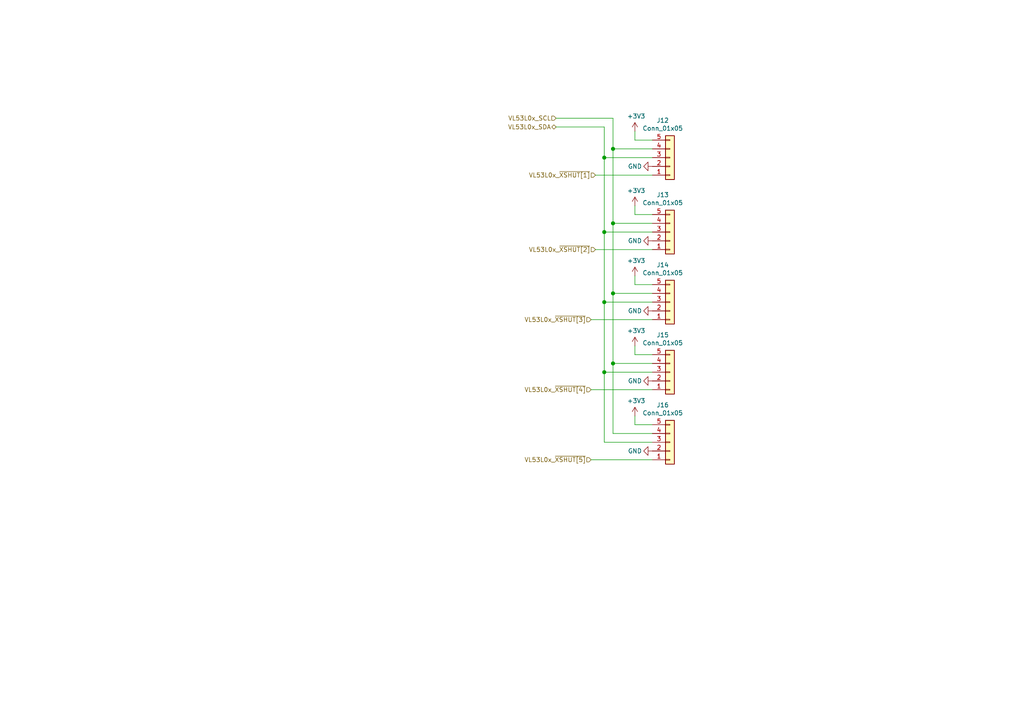
<source format=kicad_sch>
(kicad_sch (version 20210126) (generator eeschema)
  (paper "A4")
  (lib_symbols
    (symbol "Connector_Generic:Conn_01x05" (pin_names (offset 1.016) hide)
      (property "Reference" "J" (at 0 7.62 0))
      (property "Value" "Conn_01x05" (at 0 -7.62 0))
      (symbol "Conn_01x05_1_1"
        (rectangle (start -1.27 -4.953) (end 0 -5.207) (stroke (width 0.1524)))
        (rectangle (start -1.27 -2.413) (end 0 -2.667) (stroke (width 0.1524)))
        (rectangle (start -1.27 0.127) (end 0 -0.127) (stroke (width 0.1524)))
        (rectangle (start -1.27 2.667) (end 0 2.413) (stroke (width 0.1524)))
        (rectangle (start -1.27 5.207) (end 0 4.953) (stroke (width 0.1524)))
        (rectangle (start -1.27 6.35) (end 1.27 -6.35) (stroke (width 0.254)) (fill (type background)))
        (pin passive line (at -5.08 5.08 0) (length 3.81) (name "Pin_1") (number "1"))
        (pin passive line (at -5.08 2.54 0) (length 3.81) (name "Pin_2") (number "2"))
        (pin passive line (at -5.08 0 0) (length 3.81) (name "Pin_3") (number "3"))
        (pin passive line (at -5.08 -2.54 0) (length 3.81) (name "Pin_4") (number "4"))
        (pin passive line (at -5.08 -5.08 0) (length 3.81) (name "Pin_5") (number "5"))
      )
    )
    (symbol "power:+3V3" (power) (pin_names (offset 0))
      (property "Value" "+3V3" (at 0 3.556 0))
      (symbol "+3V3_0_1"
        (polyline (pts (xy -0.762 1.27) (xy 0 2.54)))
        (polyline (pts (xy 0 0) (xy 0 2.54)))
        (polyline (pts (xy 0 2.54) (xy 0.762 1.27)))
      )
      (symbol "+3V3_1_1"
        (pin power_in line (at 0 0 90) (length 0) hide (name "+3V3") (number "1"))
      )
    )
    (symbol "power:GND" (power) (pin_names (offset 0))
      (property "Value" "GND" (at 0 -3.81 0))
      (symbol "GND_0_1"
        (polyline (pts (xy 0 0) (xy 0 -1.27) (xy 1.27 -1.27) (xy 0 -2.54) (xy -1.27 -1.27) (xy 0 -1.27)))
      )
      (symbol "GND_1_1"
        (pin power_in line (at 0 0 270) (length 0) hide (name "GND") (number "1"))
      )
    )
  )
  (junction (at 175.26 45.72) (diameter 1.016))
  (junction (at 175.26 67.31) (diameter 1.016))
  (junction (at 175.26 87.63) (diameter 1.016))
  (junction (at 175.26 107.95) (diameter 1.016))
  (junction (at 177.8 43.18) (diameter 1.016))
  (junction (at 177.8 64.77) (diameter 1.016))
  (junction (at 177.8 85.09) (diameter 1.016))
  (junction (at 177.8 105.41) (diameter 1.016))
  (wire (pts (xy 175.26 36.83) (xy 161.29 36.83)))
  (wire (pts (xy 175.26 36.83) (xy 175.26 45.72)))
  (wire (pts (xy 175.26 45.72) (xy 175.26 67.31)))
  (wire (pts (xy 175.26 67.31) (xy 175.26 87.63)))
  (wire (pts (xy 175.26 87.63) (xy 175.26 107.95)))
  (wire (pts (xy 175.26 128.27) (xy 175.26 107.95)))
  (wire (pts (xy 177.8 34.29) (xy 161.29 34.29)))
  (wire (pts (xy 177.8 34.29) (xy 177.8 43.18)))
  (wire (pts (xy 177.8 43.18) (xy 177.8 64.77)))
  (wire (pts (xy 177.8 64.77) (xy 177.8 85.09)))
  (wire (pts (xy 177.8 64.77) (xy 189.23 64.77)))
  (wire (pts (xy 177.8 85.09) (xy 177.8 105.41)))
  (wire (pts (xy 177.8 85.09) (xy 189.23 85.09)))
  (wire (pts (xy 177.8 105.41) (xy 177.8 125.73)))
  (wire (pts (xy 177.8 105.41) (xy 189.23 105.41)))
  (wire (pts (xy 177.8 125.73) (xy 189.23 125.73)))
  (wire (pts (xy 184.15 40.64) (xy 184.15 38.1)))
  (wire (pts (xy 184.15 62.23) (xy 184.15 59.69)))
  (wire (pts (xy 184.15 82.55) (xy 184.15 80.01)))
  (wire (pts (xy 184.15 102.87) (xy 184.15 100.33)))
  (wire (pts (xy 184.15 123.19) (xy 184.15 120.65)))
  (wire (pts (xy 189.23 40.64) (xy 184.15 40.64)))
  (wire (pts (xy 189.23 43.18) (xy 177.8 43.18)))
  (wire (pts (xy 189.23 45.72) (xy 175.26 45.72)))
  (wire (pts (xy 189.23 50.8) (xy 172.72 50.8)))
  (wire (pts (xy 189.23 62.23) (xy 184.15 62.23)))
  (wire (pts (xy 189.23 67.31) (xy 175.26 67.31)))
  (wire (pts (xy 189.23 72.39) (xy 172.72 72.39)))
  (wire (pts (xy 189.23 82.55) (xy 184.15 82.55)))
  (wire (pts (xy 189.23 87.63) (xy 175.26 87.63)))
  (wire (pts (xy 189.23 92.71) (xy 171.45 92.71)))
  (wire (pts (xy 189.23 102.87) (xy 184.15 102.87)))
  (wire (pts (xy 189.23 107.95) (xy 175.26 107.95)))
  (wire (pts (xy 189.23 113.03) (xy 171.45 113.03)))
  (wire (pts (xy 189.23 123.19) (xy 184.15 123.19)))
  (wire (pts (xy 189.23 128.27) (xy 175.26 128.27)))
  (wire (pts (xy 189.23 133.35) (xy 171.45 133.35)))
  (hierarchical_label "VL53L0x_SCL" (shape input) (at 161.29 34.29 180))
  (hierarchical_label "VL53L0x_SDA" (shape bidirectional) (at 161.29 36.83 180))
  (hierarchical_label "VL53L0x_~XSHUT[3]" (shape input) (at 171.45 92.71 180))
  (hierarchical_label "VL53L0x_~XSHUT[4]" (shape input) (at 171.45 113.03 180))
  (hierarchical_label "VL53L0x_~XSHUT[5]" (shape input) (at 171.45 133.35 180))
  (hierarchical_label "VL53L0x_~XSHUT[1]" (shape input) (at 172.72 50.8 180))
  (hierarchical_label "VL53L0x_~XSHUT[2]" (shape input) (at 172.72 72.39 180))
  (symbol (lib_id "power:+3V3") (at 184.15 38.1 0) (unit 1)
    (property "Reference" "#PWR0110" (effects hide))
    (property "Value" "+3V3" (at 184.531 33.7058 0))
  )
  (symbol (lib_id "power:+3V3") (at 184.15 59.69 0) (unit 1)
    (property "Reference" "#PWR0132" (effects hide))
    (property "Value" "+3V3" (at 184.531 55.2958 0))
  )
  (symbol (lib_id "power:+3V3") (at 184.15 80.01 0) (unit 1)
    (property "Reference" "#PWR0113" (effects hide))
    (property "Value" "+3V3" (at 184.531 75.6158 0))
  )
  (symbol (lib_id "power:+3V3") (at 184.15 100.33 0) (unit 1)
    (property "Reference" "#PWR0111" (effects hide))
    (property "Value" "+3V3" (at 184.531 95.9358 0))
  )
  (symbol (lib_id "power:+3V3") (at 184.15 120.65 0) (unit 1)
    (property "Reference" "#PWR0109" (effects hide))
    (property "Value" "+3V3" (at 184.531 116.2558 0))
  )
  (symbol (lib_id "power:GND") (at 189.23 48.26 270) (unit 1)
    (property "Reference" "#PWR0211" (effects hide))
    (property "Value" "GND" (at 184.15 48.26 90))
  )
  (symbol (lib_id "power:GND") (at 189.23 69.85 270) (unit 1)
    (property "Reference" "#PWR0213" (effects hide))
    (property "Value" "GND" (at 184.15 69.85 90))
  )
  (symbol (lib_id "power:GND") (at 189.23 90.17 270) (unit 1)
    (property "Reference" "#PWR0215" (effects hide))
    (property "Value" "GND" (at 184.15 90.17 90))
  )
  (symbol (lib_id "power:GND") (at 189.23 110.49 270) (unit 1)
    (property "Reference" "#PWR0133" (effects hide))
    (property "Value" "GND" (at 184.15 110.49 90))
  )
  (symbol (lib_id "power:GND") (at 189.23 130.81 270) (unit 1)
    (property "Reference" "#PWR0205" (effects hide))
    (property "Value" "GND" (at 184.15 130.81 90))
  )
  (symbol (lib_id "Connector_Generic:Conn_01x05") (at 194.31 45.72 0) (mirror x) (unit 1)
    (property "Reference" "J12" (at 192.2272 34.925 0))
    (property "Value" "Conn_01x05" (at 192.2272 37.2364 0))
    (property "Footprint" "connector_brd2brd:01x05_1.0x0.5mm_SMD" (effects hide))
  )
  (symbol (lib_id "Connector_Generic:Conn_01x05") (at 194.31 67.31 0) (mirror x) (unit 1)
    (property "Reference" "J13" (at 192.2272 56.515 0))
    (property "Value" "Conn_01x05" (at 192.2272 58.8264 0))
    (property "Footprint" "connector_brd2brd:01x05_1.0x0.5mm_SMD" (effects hide))
  )
  (symbol (lib_id "Connector_Generic:Conn_01x05") (at 194.31 87.63 0) (mirror x) (unit 1)
    (property "Reference" "J14" (at 192.2272 76.835 0))
    (property "Value" "Conn_01x05" (at 192.2272 79.1464 0))
    (property "Footprint" "connector_brd2brd:01x05_1.0x0.5mm_SMD" (effects hide))
  )
  (symbol (lib_id "Connector_Generic:Conn_01x05") (at 194.31 107.95 0) (mirror x) (unit 1)
    (property "Reference" "J15" (at 192.2272 97.155 0))
    (property "Value" "Conn_01x05" (at 192.2272 99.4664 0))
    (property "Footprint" "connector_brd2brd:01x05_1.0x0.5mm_SMD" (effects hide))
  )
  (symbol (lib_id "Connector_Generic:Conn_01x05") (at 194.31 128.27 0) (mirror x) (unit 1)
    (property "Reference" "J16" (at 192.2272 117.475 0))
    (property "Value" "Conn_01x05" (at 192.2272 119.7864 0))
    (property "Footprint" "connector_brd2brd:01x05_1.0x0.5mm_SMD" (effects hide))
  )
)
</source>
